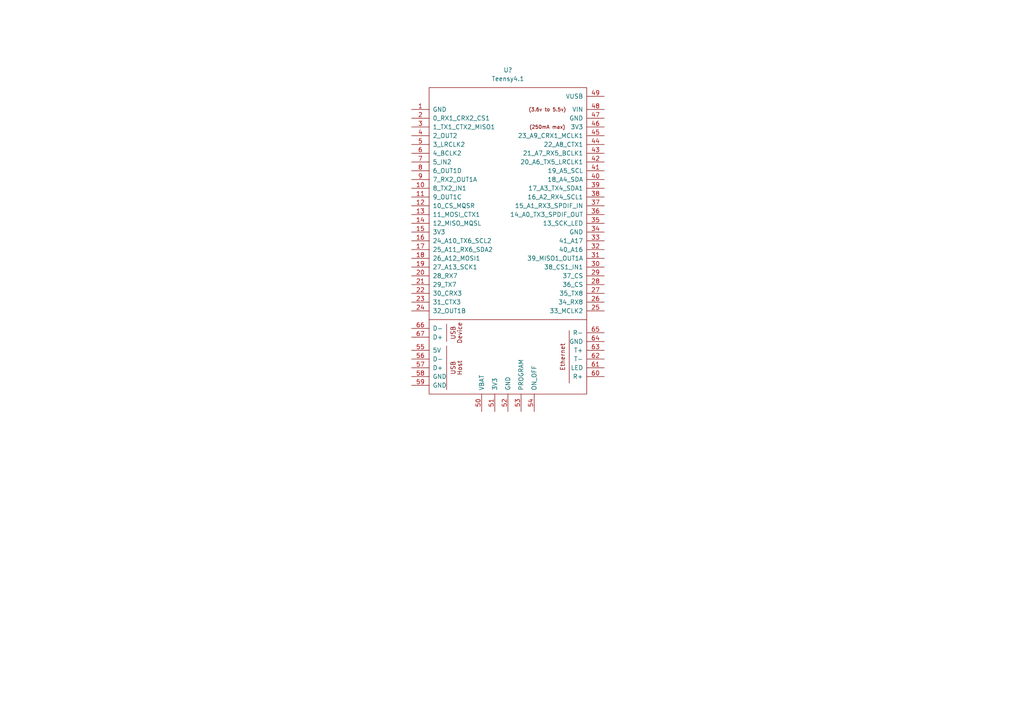
<source format=kicad_sch>
(kicad_sch (version 20211123) (generator eeschema)
  (paper "A4")
  (lib_symbols
    (symbol "teensy:Teensy4.1" (pin_names (offset 1.016))
      (property "Reference" "U" (at 0 64.77 0))
      (property "Value" "Teensy4.1" (at 0 62.23 0))
      (symbol "Teensy4.1_0_0"
        (polyline (pts (xy -22.86 -6.35) (xy 22.86 -6.35)))
        (polyline (pts (xy -17.78 -26.67) (xy -17.78 -13.97)))
        (polyline (pts (xy -17.78 -7.62) (xy -17.78 -12.7)))
        (polyline (pts (xy 17.78 -9.525) (xy 17.78 -24.765)))
        (text "(250mA max)" (at 11.43 49.53 0) (effects (font (size 1.016 1.016))))
        (text "(3.6v to 5.5v)" (at 11.43 54.61 0) (effects (font (size 1.016 1.016))))
        (text "Device" (at -13.97 -10.16 900) (effects (font (size 1.27 1.27))))
        (text "Ethernet" (at 15.875 -17.145 900) (effects (font (size 1.27 1.27))))
        (text "Host" (at -13.97 -20.32 900) (effects (font (size 1.27 1.27))))
        (text "USB" (at -15.875 -20.32 900) (effects (font (size 1.27 1.27))))
        (text "USB" (at -15.875 -10.16 900) (effects (font (size 1.27 1.27))))
        (pin bidirectional line (at -27.94 31.75 0) (length 5.08) (name "8_TX2_IN1") (number "10"))
        (pin bidirectional line (at -27.94 29.21 0) (length 5.08) (name "9_OUT1C") (number "11"))
        (pin bidirectional line (at -27.94 26.67 0) (length 5.08) (name "10_CS_MQSR") (number "12"))
        (pin bidirectional line (at -27.94 24.13 0) (length 5.08) (name "11_MOSI_CTX1") (number "13"))
        (pin bidirectional line (at -27.94 21.59 0) (length 5.08) (name "12_MISO_MQSL") (number "14"))
        (pin power_in line (at -27.94 19.05 0) (length 5.08) (name "3V3") (number "15"))
        (pin bidirectional line (at -27.94 16.51 0) (length 5.08) (name "24_A10_TX6_SCL2") (number "16"))
        (pin bidirectional line (at -27.94 13.97 0) (length 5.08) (name "25_A11_RX6_SDA2") (number "17"))
        (pin bidirectional line (at -27.94 11.43 0) (length 5.08) (name "26_A12_MOSI1") (number "18"))
        (pin bidirectional line (at -27.94 8.89 0) (length 5.08) (name "27_A13_SCK1") (number "19"))
        (pin bidirectional line (at -27.94 6.35 0) (length 5.08) (name "28_RX7") (number "20"))
        (pin bidirectional line (at -27.94 3.81 0) (length 5.08) (name "29_TX7") (number "21"))
        (pin bidirectional line (at -27.94 1.27 0) (length 5.08) (name "30_CRX3") (number "22"))
        (pin bidirectional line (at -27.94 -1.27 0) (length 5.08) (name "31_CTX3") (number "23"))
        (pin bidirectional line (at -27.94 -3.81 0) (length 5.08) (name "32_OUT1B") (number "24"))
        (pin bidirectional line (at 27.94 -3.81 180) (length 5.08) (name "33_MCLK2") (number "25"))
        (pin bidirectional line (at 27.94 -1.27 180) (length 5.08) (name "34_RX8") (number "26"))
        (pin bidirectional line (at 27.94 1.27 180) (length 5.08) (name "35_TX8") (number "27"))
        (pin bidirectional line (at 27.94 3.81 180) (length 5.08) (name "36_CS") (number "28"))
        (pin bidirectional line (at 27.94 6.35 180) (length 5.08) (name "37_CS") (number "29"))
        (pin bidirectional line (at 27.94 8.89 180) (length 5.08) (name "38_CS1_IN1") (number "30"))
        (pin bidirectional line (at 27.94 11.43 180) (length 5.08) (name "39_MISO1_OUT1A") (number "31"))
        (pin bidirectional line (at 27.94 13.97 180) (length 5.08) (name "40_A16") (number "32"))
        (pin bidirectional line (at 27.94 16.51 180) (length 5.08) (name "41_A17") (number "33"))
        (pin bidirectional line (at 27.94 21.59 180) (length 5.08) (name "13_SCK_LED") (number "35"))
        (pin bidirectional line (at 27.94 24.13 180) (length 5.08) (name "14_A0_TX3_SPDIF_OUT") (number "36"))
        (pin bidirectional line (at 27.94 26.67 180) (length 5.08) (name "15_A1_RX3_SPDIF_IN") (number "37"))
        (pin bidirectional line (at 27.94 29.21 180) (length 5.08) (name "16_A2_RX4_SCL1") (number "38"))
        (pin bidirectional line (at 27.94 31.75 180) (length 5.08) (name "17_A3_TX4_SDA1") (number "39"))
        (pin bidirectional line (at 27.94 34.29 180) (length 5.08) (name "18_A4_SDA") (number "40"))
        (pin bidirectional line (at 27.94 36.83 180) (length 5.08) (name "19_A5_SCL") (number "41"))
        (pin bidirectional line (at 27.94 39.37 180) (length 5.08) (name "20_A6_TX5_LRCLK1") (number "42"))
        (pin bidirectional line (at 27.94 41.91 180) (length 5.08) (name "21_A7_RX5_BCLK1") (number "43"))
        (pin bidirectional line (at 27.94 44.45 180) (length 5.08) (name "22_A8_CTX1") (number "44"))
        (pin bidirectional line (at 27.94 46.99 180) (length 5.08) (name "23_A9_CRX1_MCLK1") (number "45"))
        (pin output line (at 27.94 49.53 180) (length 5.08) (name "3V3") (number "46"))
        (pin output line (at 27.94 52.07 180) (length 5.08) (name "GND") (number "47"))
        (pin power_in line (at 27.94 54.61 180) (length 5.08) (name "VIN") (number "48"))
        (pin power_out line (at 27.94 58.42 180) (length 5.08) (name "VUSB") (number "49"))
        (pin bidirectional line (at -27.94 44.45 0) (length 5.08) (name "3_LRCLK2") (number "5"))
        (pin power_in line (at -7.62 -33.02 90) (length 5.08) (name "VBAT") (number "50"))
        (pin power_in line (at -3.81 -33.02 90) (length 5.08) (name "3V3") (number "51"))
        (pin input line (at 0 -33.02 90) (length 5.08) (name "GND") (number "52"))
        (pin input line (at 3.81 -33.02 90) (length 5.08) (name "PROGRAM") (number "53"))
        (pin input line (at 7.62 -33.02 90) (length 5.08) (name "ON_OFF") (number "54"))
        (pin power_out line (at -27.94 -15.24 0) (length 5.08) (name "5V") (number "55"))
        (pin bidirectional line (at -27.94 -17.78 0) (length 5.08) (name "D-") (number "56"))
        (pin bidirectional line (at -27.94 -20.32 0) (length 5.08) (name "D+") (number "57"))
        (pin power_in line (at -27.94 -22.86 0) (length 5.08) (name "GND") (number "58"))
        (pin power_in line (at -27.94 -25.4 0) (length 5.08) (name "GND") (number "59"))
        (pin bidirectional line (at -27.94 41.91 0) (length 5.08) (name "4_BCLK2") (number "6"))
        (pin bidirectional line (at 27.94 -22.86 180) (length 5.08) (name "R+") (number "60"))
        (pin bidirectional line (at 27.94 -20.32 180) (length 5.08) (name "LED") (number "61"))
        (pin bidirectional line (at 27.94 -17.78 180) (length 5.08) (name "T-") (number "62"))
        (pin bidirectional line (at 27.94 -15.24 180) (length 5.08) (name "T+") (number "63"))
        (pin power_in line (at 27.94 -12.7 180) (length 5.08) (name "GND") (number "64"))
        (pin bidirectional line (at 27.94 -10.16 180) (length 5.08) (name "R-") (number "65"))
        (pin bidirectional line (at -27.94 -8.89 0) (length 5.08) (name "D-") (number "66"))
        (pin bidirectional line (at -27.94 -11.43 0) (length 5.08) (name "D+") (number "67"))
        (pin bidirectional line (at -27.94 39.37 0) (length 5.08) (name "5_IN2") (number "7"))
        (pin bidirectional line (at -27.94 36.83 0) (length 5.08) (name "6_OUT1D") (number "8"))
        (pin bidirectional line (at -27.94 34.29 0) (length 5.08) (name "7_RX2_OUT1A") (number "9"))
      )
      (symbol "Teensy4.1_0_1"
        (rectangle (start -22.86 60.96) (end 22.86 -27.94))
        (rectangle (start -20.32 -1.27) (end -20.32 -1.27))
      )
      (symbol "Teensy4.1_1_1"
        (pin power_in line (at -27.94 54.61 0) (length 5.08) (name "GND") (number "1"))
        (pin bidirectional line (at -27.94 52.07 0) (length 5.08) (name "0_RX1_CRX2_CS1") (number "2"))
        (pin bidirectional line (at -27.94 49.53 0) (length 5.08) (name "1_TX1_CTX2_MISO1") (number "3"))
        (pin power_in line (at 27.94 19.05 180) (length 5.08) (name "GND") (number "34"))
        (pin bidirectional line (at -27.94 46.99 0) (length 5.08) (name "2_OUT2") (number "4"))
      )
    )
  )
  (symbol (lib_id "teensy:Teensy4.1") (at 147.32 86.36 0) (unit 1)
    (property "Reference" "U?" (at 147.32 20.32 0))
    (property "Value" "Teensy4.1" (at 147.32 22.86 0))
  )
)
</source>
